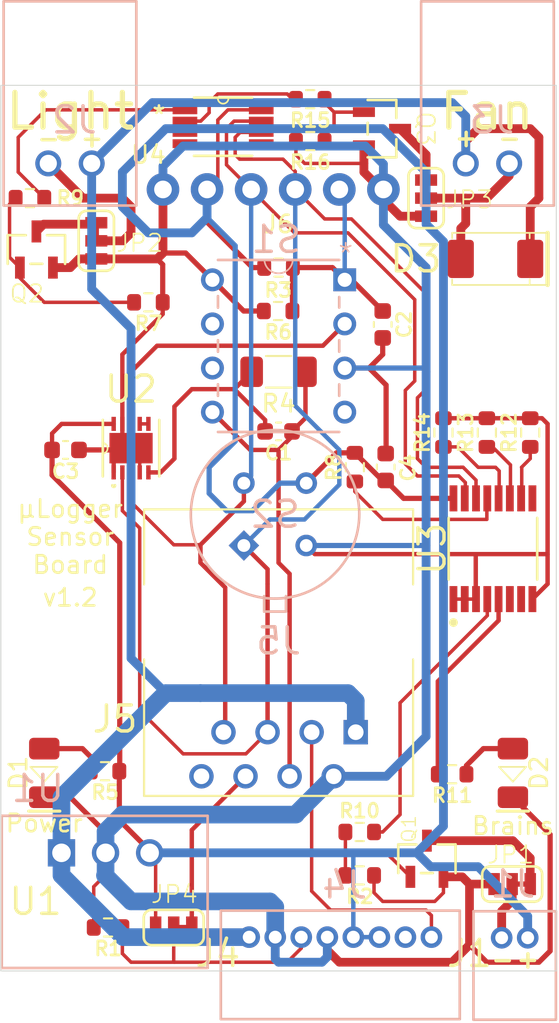
<source format=kicad_pcb>
(kicad_pcb (version 20241229) (generator "pcbnew") (generator_version "9.0")
  (layers (0 "F.Cu" signal) (2 "B.Cu" signal) (13 "F.Paste" user) (15 "B.Paste" user) (5 "F.SilkS" user "F.Silkscreen") (7 "B.SilkS" user "B.Silkscreen") (1 "F.Mask" user) (3 "B.Mask" user) (25 "Edge.Cuts" user))
  (property "PROJ_AUTHOR" "Sebastian Kopf")
  (property "PROJ_REV" "1.2")
  (property "PROJ_TITLE" "µLogger Sensor Board")
  (net 0 "")
  (net 1 "GND")
  (net 2 "/SIGNAL")
  (net 3 "/4.2V")
  (net 4 "+5V")
  (net 5 "Net-(D1-A)")
  (net 6 "Net-(D2-A)")
  (net 7 "Net-(JP1-B)")
  (net 8 "+24V")
  (net 9 "Net-(JP2-B)")
  (net 11 "Net-(JP4-B)")
  (net 12 "/DECO")
  (net 13 "/SCL")
  (net 14 "/SDA")
  (net 16 "/SPEED")
  (net 17 "Net-(JP1-A)")
  (net 18 "Net-(JP2-A)")
  (net 19 "Net-(JP3-A)")
  (net 20 "Net-(Q1-G)")
  (net 21 "Net-(Q2-G)")
  (net 22 "Net-(Q3-G)")
  (net 23 "Net-(U3-INT_N)")
  (net 24 "/LIGHT")
  (net 25 "/BEAM")
  (net 26 "Net-(U3-P1)")
  (net 27 "Net-(U3-P5)")
  (net 28 "Net-(U3-P6)")
  (net 29 "Net-(U3-P7)")
  (net 30 "/FAN")
  (net 32 "/IN-")
  (net 40 "Net-(D3-A)")
  (net 41 "Net-(U2-P1B)")
  (net 42 "Net-(U2-P0W)")
  (footprint "footprints:SOT-403-1_TSSOP16" (layer "F.Cu") (at 160.850723 106.189486 90)
    (property "Reference" "U3")
    (property "Value" "8x GPIO" (hide yes))
  )
  (footprint "footprints:SOT-23-3" (layer "F.Cu") (at 134.5475 88.9586)
    (property "Reference" "Q2")
    (property "Value" "220mA / 50V" (hide yes))
  )
  (footprint "footprints:MountingHole_3.0mm_M3" (layer "F.Cu") (at 161.5 113.5)
    (property "Reference" "REF**" (hide yes))
    (property "Value" "MountingHole_3.0mm_M3" (hide yes))
  )
  (footprint "footprints:R_0603" (layer "F.Cu") (at 153.175 122.5)
    (property "Reference" "R10")
    (property "Value" "150Ω")
  )
  (footprint "footprints:DFN10_3x3MC" (layer "F.Cu") (at 139.999999 100.397 90)
    (property "Reference" "U2")
    (property "Value" "I2C Dual Rheostat 100kOhm 8-bit" (hide yes))
  )
  (footprint "footprints:D_DO-214AC_SMA" (layer "F.Cu") (at 161 89.5 180)
    (property "Reference" "D3")
    (property "Value" "1A/40V/500mV")
  )
  (footprint "footprints:R_0603" (layer "F.Cu") (at 163 99.5 90)
    (property "Reference" "R12")
    (property "Value" "10kΩ")
  )
  (footprint "footprints:PIN_HEADERS_1X06" (layer "F.Cu") (at 141.84 85.5)
    (property "Reference" "J6")
    (property "Value" "Conn_01x06" (hide yes))
  )
  (footprint "footprints:R_0603" (layer "F.Cu") (at 158 99.5 90)
    (property "Reference" "R14")
    (property "Value" "10kΩ")
  )
  (footprint "footprints:R_0603" (layer "F.Cu") (at 148.5 90)
    (property "Reference" "R3")
    (property "Value" "1kΩ")
  )
  (footprint "footprints:MountingHole_3.0mm_M3" (layer "F.Cu") (at 135.5 113.5)
    (property "Reference" "REF**" (hide yes))
    (property "Value" "MountingHole_3.0mm_M3" (hide yes))
  )
  (footprint "footprints:R_0603" (layer "F.Cu") (at 152.895444 101.493286 90)
    (property "Reference" "R8")
    (property "Value" "10kΩ")
  )
  (footprint "footprints:R_0603" (layer "F.Cu") (at 153.175 125 180)
    (property "Reference" "R2")
    (property "Value" "10kΩ")
  )
  (footprint "footprints:R_0603" (layer "F.Cu") (at 160.5 99.5 90)
    (property "Reference" "R13")
    (property "Value" "10kΩ")
  )
  (footprint "footprints:R_0603" (layer "F.Cu") (at 138.5 119 180)
    (property "Reference" "R5")
    (property "Value" "1kΩ")
  )
  (footprint "footprints:RJ45_A-2014-2-4-N-T-R" (layer "F.Cu") (at 148.5011 110.4036 180)
    (property "Reference" "J5")
    (property "Value" "RJ45")
  )
  (footprint "footprints:Jumper_3_NC-1_Trace" (layer "F.Cu") (at 157 86 -90)
    (property "Reference" "JP3")
    (property "Value" "~" (hide yes))
  )
  (footprint "footprints:SOT-23-3" (layer "F.Cu") (at 154.4586 82 -90)
    (property "Reference" "Q3")
    (property "Value" "220mA / 50V" (hide yes))
  )
  (footprint "footprints:Jumper_3_NC-1_Trace" (layer "F.Cu") (at 161.9586 125.5 180)
    (property "Reference" "JP1")
    (property "Value" "~" (hide yes))
  )
  (footprint "footprints:C_0603" (layer "F.Cu") (at 154.5 93.275 -90)
    (property "Reference" "C2")
    (property "Value" "100nF")
  )
  (footprint "footprints:R_0603" (layer "F.Cu") (at 141 92 180)
    (property "Reference" "R7")
    (property "Value" "10kΩ")
  )
  (footprint "footprints:LED_1206" (layer "F.Cu") (at 135 119.1 90)
    (property "Reference" "D1")
    (property "Value" "Red 631nm 2.0V")
  )
  (footprint "footprints:R_0603" (layer "F.Cu") (at 158.5 119.175 180)
    (property "Reference" "R11")
    (property "Value" "1kΩ")
  )
  (footprint "footprints:R_0603" (layer "F.Cu") (at 150.325 82.715107 180)
    (property "Reference" "R16")
    (property "Value" "10kΩ")
  )
  (footprint "footprints:C_0603" (layer "F.Cu") (at 148.500824 99.433241 180)
    (property "Reference" "C1")
    (property "Value" "47pF")
  )
  (footprint "footprints:R_0603" (layer "F.Cu") (at 138.675 128 180)
    (property "Reference" "R1")
    (property "Value" "1kΩ")
  )
  (footprint "footprints:LED_1206" (layer "F.Cu") (at 162 119.1 90)
    (property "Reference" "D2")
    (property "Value" "Yellow 571nm 2.0V")
  )
  (footprint "footprints:C_0603" (layer "F.Cu") (at 154.672195 101.482715 90)
    (property "Reference" "C4")
    (property "Value" "100nF")
  )
  (footprint "footprints:C_0603" (layer "F.Cu") (at 136.225 100.5 180)
    (property "Reference" "C3")
    (property "Value" "100nF")
  )
  (footprint "footprints:R_0603" (layer "F.Cu") (at 148.474594 92.5 180)
    (property "Reference" "R6")
    (property "Value" "5.6kΩ")
  )
  (footprint "footprints:Jumper_3_NC-1_Trace" (layer "F.Cu") (at 142.4586 128 180)
    (property "Reference" "JP4")
    (property "Value" "~" (hide yes))
  )
  (footprint "footprints:MountingHole_3.0mm_M3" (layer "F.Cu") (at 161.5 94.5)
    (property "Reference" "REF**" (hide yes))
    (property "Value" "MountingHole_3.0mm_M3" (hide yes))
  )
  (footprint "footprints:SOT-23-3" (layer "F.Cu") (at 157.0475 124.0414)
    (property "Reference" "Q1")
    (property "Value" "220mA / 50V" (hide yes))
  )
  (footprint "footprints:SOT-505-1_TSSOP8" (layer "F.Cu") (at 145.3029 81.890041)
    (property "Reference" "U4")
    (property "Value" "4x PWM" (hide yes))
  )
  (footprint "footprints:Jumper_3_NC-1_Trace" (layer "F.Cu") (at 138 88.4586 -90)
    (property "Reference" "JP2")
    (property "Value" "~" (hide yes))
  )
  (footprint "footprints:R_1206" (layer "F.Cu") (at 148.5 96 180)
    (property "Reference" "R4")
    (property "Value" "27kΩ")
  )
  (footprint "footprints:MountingHole_3.0mm_M3" (layer "F.Cu") (at 135.5 94.5)
    (property "Reference" "REF**" (hide yes))
    (property "Value" "MountingHole_3.0mm_M3" (hide yes))
  )
  (footprint "footprints:R_0603" (layer "F.Cu") (at 150.324436 80.301113 180)
    (property "Reference" "R15")
    (property "Value" "150Ω")
  )
  (footprint "footprints:R_0603" (layer "F.Cu") (at 134.175 86)
    (property "Reference" "R9")
    (property "Value" "150Ω")
  )
  (footprint "footprints:MLX90614" (layer "B.Cu") (at 146.5011 106.0036 -45)
    (property "Reference" "S2")
    (property "Value" "IR temp sensor, -40°C to +85°C" (hide yes))
  )
  (footprint "footprints:DC_DC_converter_R-78E5.0-1.0" (layer "B.Cu") (at 135.9921 123.7017)
    (property "Reference" "U1")
    (property "Value" "8-28V in / 5V 5W out")
  )
  (footprint "footprints:JST_XH_2POS_RA" (layer "B.Cu") (at 159.2851 84.0026)
    (property "Reference" "J3")
    (property "Value" "2.5mm" (hide yes))
  )
  (footprint "footprints:JST_ZH_2POS_RA" (layer "B.Cu") (at 162.8541 128.5916 180)
    (property "Reference" "J1")
    (property "Value" "1.5mm" (hide yes))
  )
  (footprint "footprints:JST_XH_2POS_RA" (layer "B.Cu") (at 135.2321 83.9996)
    (property "Reference" "J2")
    (property "Value" "2.5mm" (hide yes))
  )
  (footprint "footprints:JST_ZR_8POS_RA" (layer "B.Cu") (at 157.3071 128.5556 180)
    (property "Reference" "J4")
    (property "Value" "1.5 mm" (hide yes))
  )
  (footprint "footprints:OPT101" (layer "B.Cu") (at 144.6911 98.3236 180)
    (property "Reference" "S1")
    (property "Value" "Value" (hide yes))
  )
  (gr_line (start 164.5011 130.5036) (end 164.5011 79.5036) (stroke (width 0.05)) (layer "Edge.Cuts"))
  (gr_line (start 164.5011 79.5036) (end 132.5011 79.5036) (stroke (width 0.05)) (layer "Edge.Cuts"))
  (gr_line (start 132.5011 79.5036) (end 132.5011 130.5036) (stroke (width 0.05)) (layer "Edge.Cuts"))
  (gr_line (start 132.5011 130.5036) (end 164.5011 130.5036) (stroke (width 0.05)) (layer "Edge.Cuts"))
  (gr_text "+" (at 162.114146 130.410124 0) (layer "F.SilkS") (effects (font (size 1 1) (thickness 0.2) (bold yes)) (justify left bottom)))
  (gr_text "Power" (at 135 122 0) (layer "F.SilkS") (effects (font (size 1 1))))
  (gr_text "µLogger\nSensor\nBoard" (at 136.5 105.5 0) (layer "F.SilkS") (effects (font (size 1 1))))
  (gr_text "v${PROJ_REV}" (at 136.5 109 0) (layer "F.SilkS") (effects (font (size 1 1))))
  (gr_text "-" (at 160.661165 130.425104 0) (layer "F.SilkS") (effects (font (size 1 1) (thickness 0.2) (bold yes)) (justify left bottom)))
  (gr_text "J4" (at 145 129.5 0) (layer "F.SilkS") (effects (font (size 1.5 1.5) (thickness 0.2))))
  (gr_text "+" (at 158.559029 83.106468 0) (layer "F.SilkS") (effects (font (size 1 1) (thickness 0.2) (bold yes)) (justify left bottom)))
  (gr_text "Fan" (at 160.5 81 0) (layer "F.SilkS") (effects (font (size 2 2) (thickness 0.3))))
  (gr_text "-" (at 134.5 83.146981 0) (layer "F.SilkS") (effects (font (size 1 1) (thickness 0.2) (bold yes)) (justify left bottom)))
  (gr_text "Brains" (at 162.002778 122.147044 0) (layer "F.SilkS") (effects (font (size 1 1))))
  (gr_text "+" (at 137 83.127305 0) (layer "F.SilkS") (effects (font (size 1 1) (thickness 0.2) (bold yes)) (justify left bottom)))
  (gr_text "Light" (at 136.5 81 0) (layer "F.SilkS") (effects (font (size 2 2) (thickness 0.3))))
  (gr_text "-" (at 161.057956 83.126144 0) (layer "F.SilkS") (effects (font (size 1 1) (thickness 0.2) (bold yes)) (justify left bottom)))
  (gr_text "J1" (at 162 125.5 0) (layer "B.SilkS") (effects (font (size 1.5 1.5) (thickness 0.2)) (justify mirror)))
  (segment (start 141.825 92.675) (end 141.825 92) (width 0.25) (layer "F.Cu") (net 1))
  (segment (start 159.875723 109.089486) (end 159.86079 109.074553) (width 0.254) (layer "F.Cu") (net 1))
  (segment (start 139.896999 100.5) (end 139.999999 100.397) (width 0.2) (layer "F.Cu") (net 1))
  (segment (start 160.5 130) (end 159.5 129) (width 0.3) (layer "F.Cu") (net 1))
  (segment (start 163.675 98.675) (end 163 98.675) (width 0.254) (layer "F.Cu") (net 1))
  (segment (start 150 84) (end 153.4172 84) (width 0.2) (layer "F.Cu") (net 1))
  (segment (start 150.589602 106.5) (end 150.093202 106.0036) (width 0.254) (layer "F.Cu") (net 1))
  (segment (start 140.499998 100.896999) (end 139.999999 100.397) (width 0.2) (layer "F.Cu") (net 1))
  (segment (start 154 126) (end 154.5 126.5) (width 0.2) (layer "F.Cu") (net 1))
  (segment (start 138.5321 122.5321) (end 136.5 120.5) (width 0.3) (layer "F.Cu") (net 1))
  (segment (start 160.5 98.675) (end 158 98.675) (width 0.254) (layer "F.Cu") (net 1))
  (segment (start 141.5 89.5) (end 141.84 89.16) (width 0.508) (layer "F.Cu") (net 1))
  (segment (start 141.825 89.825) (end 141.5 89.5) (width 0.3) (layer "F.Cu") (net 1))
  (segment (start 138 89.5) (end 137 89.5) (width 0.508) (layer "F.Cu") (net 1))
  (segment (start 137 89.5) (end 136.5 90) (width 0.508) (layer "F.Cu") (net 1))
  (segment (start 154.694837 96.762037) (end 154.694837 100.685073) (width 0.3) (layer "F.Cu") (net 1))
  (segment (start 149.5 82.715107) (end 149.350067 82.86504) (width 0.2) (layer "F.Cu") (net 1))
  (segment (start 138.5321 123.7017) (end 138.5321 122.5321) (width 0.3) (layer "F.Cu") (net 1))
  (segment (start 149.35 83) (end 149.5 82.85) (width 0.2) (layer "F.Cu") (net 1))
  (segment (start 141.825 92) (end 141.825 89.825) (width 0.3) (layer "F.Cu") (net 1))
  (segment (start 154.5 126.5) (end 157.5 126.5) (width 0.2) (layer "F.Cu") (net 1))
  (segment (start 152 130) (end 151.3071 129.3071) (width 0.5) (layer "F.Cu") (net 1))
  (segment (start 164 108.215209) (end 164 106.5) (width 0.254) (layer "F.Cu") (net 1))
  (segment (start 149.5 82.85) (end 149.5 82.715107) (width 0.2) (layer "F.Cu") (net 1))
  (segment (start 154.4172 85.5) (end 153.4172 84.5) (width 0.508) (layer "F.Cu") (net 1))
  (segment (start 163.125723 108.773655) (end 163.125723 109.089486) (width 0.2) (layer "F.Cu") (net 1))
  (segment (start 138.5321 124.9679) (end 138.5321 123.7017) (width 0.2) (layer "F.Cu") (net 1))
  (segment (start 149.5 82.715107) (end 149.5 83.5) (width 0.2) (layer "F.Cu") (net 1))
  (segment (start 159.5 129) (end 158.5 130) (width 0.5) (layer "F.Cu") (net 1))
  (segment (start 164.145238 122.645238) (end 164.145238 129.354762) (width 0.3) (layer "F.Cu") (net 1))
  (segment (start 139.5 99) (end 139.5 99.897001) (width 0.25) (layer "F.Cu") (net 1))
  (segment (start 157.5 126.5) (end 158 126) (width 0.2) (layer "F.Cu") (net 1))
  (segment (start 153.7164 95.7836) (end 152.3111 95.7836) (width 0.3) (layer "F.Cu") (net 1))
  (segment (start 158.5 130) (end 152 130) (width 0.5) (layer "F.Cu") (net 1))
  (segment (start 159.225723 109.089486) (end 159.875723 109.089486) (width 0.2) (layer "F.Cu") (net 1))
  (segment (start 151.3071 129.3071) (end 151.3071 128.5556) (width 0.5) (layer "F.Cu") (net 1))
  (segment (start 164 106.5) (end 150.589602 106.5) (width 0.254) (layer "F.Cu") (net 1))
  (segment (start 154 125) (end 154 126) (width 0.2) (layer "F.Cu") (net 1))
  (segment (start 152.3111 95.7836) (end 152.5011 95.9936) (width 0.254) (layer "F.Cu") (net 1))
  (segment (start 154.694837 100.685073) (end 154.672195 100.707715) (width 0.2) (layer "F.Cu") (net 1))
  (segment (start 155.5 87.0414) (end 154.54 86.0814) (width 0.508) (layer "F.Cu") (net 1))
  (segment (start 139.5 99.897001) (end 139.999999 100.397) (width 0.2) (layer "F.Cu") (net 1))
  (segment (start 164 106.5) (end 164 99) (width 0.254) (layer "F.Cu") (net 1))
  (segment (start 138.753194 100.5) (end 139.896999 100.5) (width 0.3) (layer "F.Cu") (net 1))
  (segment (start 146.4875 92.5) (end 144.6911 90.7036) (width 0.3) (layer "F.Cu") (net 1))
  (segment (start 163.125723 109.089486) (end 164 108.215209) (width 0.254) (layer "F.Cu") (net 1))
  (segment (start 159.86079 106.505783) (end 159.866573 106.5) (width 0.254) (layer "F.Cu") (net 1))
  (segment (start 162 120.5) (end 164.145238 122.645238) (width 0.3) (layer "F.Cu") (net 1))
  (segment (start 159.5 125.5) (end 159.5 129) (width 0.5) (layer "F.Cu") (net 1))
  (segment (start 159.0828 125.0828) (end 158 125.0828) (width 0.5) (layer "F.Cu") (net 1))
  (segment (start 144.6911 90.7036) (end 143.1475 89.16) (width 0.3) (layer "F.Cu") (net 1))
  (segment (start 154.54 86.0814) (end 154.54 85.5) (width 0.508) (layer "F.Cu") (net 1))
  (segment (start 136.5 90) (end 135.5 90) (width 0.508) (layer "F.Cu") (net 1))
  (segment (start 153.7164 95.7836) (end 154.694837 96.762037) (width 0.3) (layer "F.Cu") (net 1))
  (segment (start 139.5 95) (end 141.825 92.675) (width 0.25) (layer "F.Cu") (net 1))
  (segment (start 157 87.0414) (end 155.5 87.0414) (width 0.508) (layer "F.Cu") (net 1))
  (segment (start 163.5 130) (end 160.5 130) (width 0.3) (layer "F.Cu") (net 1))
  (segment (start 137.85 125.65) (end 138.5321 124.9679) (width 0.2) (layer "F.Cu") (net 1))
  (segment (start 141.5 89.5) (end 138 89.5) (width 0.508) (layer "F.Cu") (net 1))
  (segment (start 140.499998 101.794) (end 140.499998 100.896999) (width 0.2) (layer "F.Cu") (net 1))
  (segment (start 154.5 94.05) (end 154.5 95) (width 0.3) (layer "F.Cu") (net 1))
  (segment (start 154.5 95) (end 153.7164 95.7836) (width 0.3) (layer "F.Cu") (net 1))
  (segment (start 141.84 89.16) (end 141.84 85.5) (width 0.508) (layer "F.Cu") (net 1))
  (segment (start 159.5 125.5) (end 159.0828 125.0828) (width 0.5) (layer "F.Cu") (net 1))
  (segment (start 137.85 128) (end 137.85 125.65) (width 0.2) (layer "F.Cu") (net 1))
  (segment (start 138.999998 101.794) (end 138.999998 100.746804) (width 0.25) (layer "F.Cu") (net 1))
  (segment (start 163 98.675) (end 160.5 98.675) (width 0.254) (layer "F.Cu") (net 1))
  (segment (start 158 126) (end 158 125.0828) (width 0.2) (layer "F.Cu") (net 1))
  (segment (start 149.5 83.5) (end 150 84) (width 0.2) (layer "F.Cu") (net 1))
  (segment (start 153.4172 84.5) (end 153.4172 84) (width 0.508) (layer "F.Cu") (net 1))
  (segment (start 164.145238 129.354762) (end 163.5 130) (width 0.3) (layer "F.Cu") (net 1))
  (segment (start 138.999998 100.746804) (end 138.753194 100.5) (width 0.2) (layer "F.Cu") (net 1))
  (segment (start 147.649594 92.5) (end 146.4875 92.5) (width 0.3) (layer "F.Cu") (net 1))
  (segment (start 143.1475 89.16) (end 141.84 89.16) (width 0.3) (layer "F.Cu") (net 1))
  (segment (start 139.5 99) (end 139.5 95) (width 0.25) (layer "F.Cu") (net 1))
  (segment (start 153.4172 84) (end 153.4172 82.9525) (width 0.508) (layer "F.Cu") (net 1))
  (segment (start 158.575723 109.089486) (end 159.225723 109.089486) (width 0.2) (layer "F.Cu") (net 1))
  (segment (start 136.5 120.5) (end 135 120.5) (width 0.3) (layer "F.Cu") (net 1))
  (segment (start 154.54 85.5) (end 154.4172 85.5) (width 0.508) (layer "F.Cu") (net 1))
  (segment (start 137 100.5) (end 138.753194 100.5) (width 0.3) (layer "F.Cu") (net 1))
  (segment (start 149.350067 82.86504) (end 147.007394 82.86504) (width 0.2) (layer "F.Cu") (net 1))
  (segment (start 160.9172 125.5) (end 159.5 125.5) (width 0.5) (layer "F.Cu") (net 1))
  (segment (start 159.86079 109.074553) (end 159.86079 106.505783) (width 0.254) (layer "F.Cu") (net 1))
  (segment (start 164 99) (end 163.675 98.675) (width 0.254) (layer "F.Cu") (net 1))
  (segment (start 154.54 84.04) (end 153.5 83) (width 0.508) (layer "B.Cu") (net 1))
  (segment (start 149.5 121.5) (end 149.5 121.4697) (width 0.508) (layer "B.Cu") (net 1))
  (segment (start 140 126.5) (end 148 126.5) (width 1.016) (layer "B.Cu") (net 1))
  (segment (start 138.5321 123.7017) (end 138.5321 124.9679) (width 1.016) (layer "B.Cu") (net 1))
  (segment (start 154.54 85.5) (end 154.54 84.04) (width 0.508) (layer "B.Cu") (net 1))
  (segment (start 157 117) (end 154.7064 119.2936) (width 0.508) (layer "B.Cu") (net 1))
  (segment (start 148 126.5) (end 148.3071 126.8071) (width 1.016) (layer "B.Cu") (net 1))
  (segment (start 152.3111 95.7836) (end 156.7836 95.7836) (width 0.3) (layer "B.Cu") (net 1))
  (segment (start 143 83) (end 141.84 84.16) (width 0.508) (layer "B.Cu") (net 1))
  (segment (start 151.3071 129.6929) (end 151 130) (width 0.508) (layer "B.Cu") (net 1))
  (segment (start 157 96) (end 157 106) (width 0.508) (layer "B.Cu") (net 1))
  (segment (start 144.9611 90.7036) (end 144.6911 90.7036) (width 0.254) (layer "B.Cu") (net 1))
  (segment (start 154.54 87.54) (end 157 90) (width 0.508) (layer "B.Cu") (net 1))
  (segment (start 138.5321 124.9679) (end 138.5 125) (width 1.016) (layer "B.Cu") (net 1))
  (segment (start 138.5321 122.4679) (end 139.5 121.5) (width 1.016) (layer "B.Cu") (net 1))
  (segment (start 149.5 121.4697) (end 151.6761 119.2936) (width 1.016) (layer "B.Cu") (net 1))
  (segment (start 148.3071 126.8071) (end 148.3071 128.5556) (width 1.016) (layer "B.Cu") (net 1))
  (segment (start 156.9964 106.0036) (end 157 106) (width 0.2) (layer "B.Cu") (net 1))
  (segment (start 154.7064 119.2936) (end 151.6761 119.2936) (width 0.508) (layer "B.Cu") (net 1))
  (segment (start 148.5 130) (end 148.3071 129.8071) (width 0.508) (layer "B.Cu") (net 1))
  (segment (start 153.5 83) (end 143 83) (width 0.508) (layer "B.Cu") (net 1))
  (segment (start 157 106) (end 157 117) (width 0.508) (layer "B.Cu") (net 1))
  (segment (start 151 130) (end 148.5 130) (width 0.508) (layer "B.Cu") (net 1))
  (segment (start 138.5 125) (end 140 126.5) (width 1.016) (layer "B.Cu") (net 1))
  (segment (start 151.3071 128.5556) (end 151.3071 129.6929) (width 0.508) (layer "B.Cu") (net 1))
  (segment (start 157 90) (end 157 96) (width 0.508) (layer "B.Cu") (net 1))
  (segment (start 150.093202 106.0036) (end 151 106.0036) (width 0.3) (layer "B.Cu") (net 1))
  (segment (start 156.7836 95.7836) (end 157 96) (width 0.254) (layer "B.Cu") (net 1))
  (segment (start 139.5 121.5) (end 149.5 121.5) (width 1.016) (layer "B.Cu") (net 1))
  (segment (start 154.54 85.5) (end 154.54 87.54) (width 0.508) (layer "B.Cu") (net 1))
  (segment (start 148.3071 129.8071) (end 148.3071 128.5556) (width 0.508) (layer "B.Cu") (net 1))
  (segment (start 138.5321 123.7017) (end 138.5321 122.4679) (width 1.016) (layer "B.Cu") (net 1))
  (segment (start 141.84 84.16) (end 141.84 85.5) (width 0.508) (layer "B.Cu") (net 1))
  (segment (start 151 106.0036) (end 156.9964 106.0036) (width 0.3) (layer "B.Cu") (net 1))
  (segment (start 150.093203 106.0036) (end 150.093203 105.911497) (width 0.254) (layer "B.Cu") (net 1))
  (segment (start 148.5 107) (end 149.1361 107.6361) (width 0.254) (layer "F.Cu") (net 2))
  (segment (start 149.275824 99.433241) (end 150.05 98.659064) (width 0.254) (layer "F.Cu") (net 2))
  (segment (start 149.1361 119.2936) (end 149.2311 119.3886) (width 0.254) (layer "F.Cu") (net 2))
  (segment (start 150.05 98.659064) (end 150.05 96) (width 0.254) (layer "F.Cu") (net 2))
  (segment (start 149.275824 99.724176) (end 149.275824 99.433241) (width 0.254) (layer "F.Cu") (net 2))
  (segment (start 148.5 100.5) (end 149.275824 99.724176) (width 0.254) (layer "F.Cu") (net 2))
  (segment (start 149.1361 107.6361) (end 149.1361 119.2936) (width 0.254) (layer "F.Cu") (net 2))
  (segment (start 148.5 100.5) (end 146.8675 100.5) (width 0.254) (layer "F.Cu") (net 2))
  (segment (start 148.5 100.5) (end 148.5 107) (width 0.254) (layer "F.Cu") (net 2))
  (segment (start 146.8675 100.5) (end 144.6911 98.3236) (width 0.254) (layer "F.Cu") (net 2))
  (segment (start 151.6075 90) (end 152.3111 90.7036) (width 0.3) (layer "F.Cu") (net 3))
  (segment (start 149.325 90) (end 151.6075 90) (width 0.3) (layer "F.Cu") (net 3))
  (segment (start 152.5287 90.7236) (end 152.3111 90.7036) (width 0.254) (layer "F.Cu") (net 3))
  (segment (start 152.3111 90.7036) (end 152.7036 90.7036) (width 0.2) (layer "F.Cu") (net 3))
  (segment (start 152.7036 90.7036) (end 154.5 92.5) (width 0.3) (layer "F.Cu") (net 3))
  (segment (start 149.299594 90.025406) (end 149.325 90) (width 0.2) (layer "F.Cu") (net 3))
  (segment (start 149.299594 92.5) (end 149.299594 90.025406) (width 0.3) (layer "F.Cu") (net 3))
  (segment (start 152 86) (end 152.3111 86.3111) (width 0.254) (layer "B.Cu") (net 3))
  (segment (start 152.3111 86.3111) (end 152.3111 90.7036) (width 0.254) (layer "B.Cu") (net 3))
  (segment (start 152 85.5) (end 152 86) (width 0.2) (layer "B.Cu") (net 3))
  (segment (start 141.4172 124.0468) (end 141.0721 123.7017) (width 0.2) (layer "F.Cu") (net 4))
  (segment (start 141.0721 123.5721) (end 139.325 121.825) (width 0.3) (layer "F.Cu") (net 4))
  (segment (start 147 90) (end 144.38 87.38) (width 0.3) (layer "F.Cu") (net 4))
  (segment (start 151.836414 100.668286) (end 150.093202 102.411498) (width 0.3) (layer "F.Cu") (net 4))
  (segment (start 154.484873 102.257715) (end 154.672195 102.257715) (width 0.2) (layer "F.Cu") (net 4))
  (segment (start 145.584958 80.915042) (end 145 81.5) (width 0.2) (layer "F.Cu") (net 4))
  (segment (start 139.349312 119) (end 139.325 119) (width 0.2) (layer "F.Cu") (net 4))
  (segment (start 139.349312 105.849312) (end 139.349312 119) (width 0.3) (layer "F.Cu") (net 4))
  (segment (start 154.3071 128.5556) (end 154.5011 128.7496) (width 0.508) (layer "F.Cu") (net 4))
  (segment (start 136 99) (end 135.45 99.55) (width 0.25) (layer "F.Cu") (net 4))
  (segment (start 152.895444 100.668286) (end 154.484873 102.257715) (width 0.3) (layer "F.Cu") (net 4))
  (segment (start 135.45 99.55) (end 135.45 100.5) (width 0.25) (layer "F.Cu") (net 4))
  (segment (start 155.703966 103.289486) (end 158.575723 103.289486) (width 0.3) (layer "F.Cu") (net 4))
  (segment (start 144.38 87.38) (end 144.38 85.5) (width 0.3) (layer "F.Cu") (net 4))
  (segment (start 145 81.5) (end 145 84.88) (width 0.2) (layer "F.Cu") (net 4))
  (segment (start 135.45 100.5) (end 135.45 101.95) (width 0.3) (layer "F.Cu") (net 4))
  (segment (start 135.45 101.95) (end 139.349312 105.849312) (width 0.3) (layer "F.Cu") (net 4))
  (segment (start 154.672195 102.257715) (end 155.703966 103.289486) (width 0.3) (layer "F.Cu") (net 4))
  (segment (start 147.5 80.915042) (end 145.584958 80.915042) (width 0.2) (layer "F.Cu") (net 4))
  (segment (start 151.836414 100.668286) (end 152.895444 100.668286) (width 0.3) (layer "F.Cu") (net 4))
  (segment (start 145 84.88) (end 144.38 85.5) (width 0.2) (layer "F.Cu") (net 4))
  (segment (start 139.325 121.825) (end 139.325 119) (width 0.3) (layer "F.Cu") (net 4))
  (segment (start 141.0721 123.7017) (end 141.0721 123.5721) (width 0.2) (layer "F.Cu") (net 4))
  (segment (start 141.4172 128) (end 141.4172 124.0468) (width 0.2) (layer "F.Cu") (net 4))
  (segment (start 138.999998 99) (end 136 99) (width 0.25) (layer "F.Cu") (net 4))
  (segment (start 147.675 90) (end 147 90) (width 0.3) (layer "F.Cu") (net 4))
  (segment (start 157.262499 124.5) (end 160 124.5) (width 0.508) (layer "B.Cu") (net 4))
  (segment (start 144.38 87.12) (end 144.38 85.5) (width 0.508) (layer "B.Cu") (net 4))
  (segment (start 160 124.5) (end 162.8541 127.3541) (width 0.508) (layer "B.Cu") (net 4))
  (segment (start 147 104) (end 145.5 104) (width 0.3) (layer "B.Cu") (net 4))
  (segment (start 144.5 103) (end 144.5 101.5) (width 0.3) (layer "B.Cu") (net 4))
  (segment (start 152.8071 128.5556) (end 152.8071 123.7017) (width 0.254) (layer "B.Cu") (net 4))
  (segment (start 148.588502 102.411498) (end 147 104) (width 0.3) (layer "B.Cu") (net 4))
  (segment (start 139.5 86.5) (end 141 88) (width 0.508) (layer "B.Cu") (net 4))
  (segment (start 158 88.5) (end 157 87.5) (width 0.508) (layer "B.Cu") (net 4))
  (segment (start 150.093202 102.411498) (end 148.588502 102.411498) (width 0.3) (layer "B.Cu") (net 4))
  (segment (start 146 100) (end 146 88.74) (width 0.3) (layer "B.Cu") (net 4))
  (segment (start 162.8541 127.3541) (end 162.8541 128.5916) (width 0.508) (layer "B.Cu") (net 4))
  (segment (start 154.3071 128.5556) (end 152.8071 128.5556) (width 0.254) (layer "B.Cu") (net 4))
  (segment (start 156.464199 123.7017) (end 157.262499 124.5) (width 0.508) (layer "B.Cu") (net 4))
  (segment (start 157 87.5) (end 157 84.5) (width 0.508) (layer "B.Cu") (net 4))
  (segment (start 156.464199 123.7017) (end 158 122.165899) (width 0.508) (layer "B.Cu") (net 4))
  (segment (start 141.0721 123.7017) (end 152.5 123.7017) (width 0.508) (layer "B.Cu") (net 4))
  (segment (start 142 82) (end 139.5 84.5) (width 0.508) (layer "B.Cu") (net 4))
  (segment (start 146 88.74) (end 144.38 87.12) (width 0.3) (layer "B.Cu") (net 4))
  (segment (start 158 122.165899) (end 158 88.5) (width 0.508) (layer "B.Cu") (net 4))
  (segment (start 145.5 104) (end 144.5 103) (width 0.3) (layer "B.Cu") (net 4))
  (segment (start 141 88) (end 143.5 88) (width 0.508) (layer "B.Cu") (net 4))
  (segment (start 144.5 101.5) (end 146 100) (width 0.3) (layer "B.Cu") (net 4))
  (segment (start 139.5 84.5) (end 139.5 86.5) (width 0.508) (layer "B.Cu") (net 4))
  (segment (start 154.5 82) (end 142 82) (width 0.508) (layer "B.Cu") (net 4))
  (segment (start 143.5 88) (end 144.38 87.12) (width 0.508) (layer "B.Cu") (net 4))
  (segment (start 157 84.5) (end 154.5 82) (width 0.508) (layer "B.Cu") (net 4))
  (segment (start 152.5 123.7017) (end 156.464199 123.7017) (width 0.508) (layer "B.Cu") (net 4))
  (segment (start 137.2 117.7) (end 137.675 118.175) (width 0.3) (layer "F.Cu") (net 5))
  (segment (start 137.675 118.175) (end 137.675 119) (width 0.3) (layer "F.Cu") (net 5))
  (segment (start 137.2 117.7) (end 135 117.7) (width 0.3) (layer "F.Cu") (net 5))
  (segment (start 159.325 118.675) (end 160.3 117.7) (width 0.3) (layer "F.Cu") (net 6))
  (segment (start 160.3 117.7) (end 162 117.7) (width 0.3) (layer "F.Cu") (net 6))
  (segment (start 159.325 119.175) (end 159.325 118.675) (width 0.3) (layer "F.Cu") (net 6))
  (segment (start 161.9586 126.4586) (end 161.354099 127.063101) (width 0.508) (layer "F.Cu") (net 7))
  (segment (start 161.354099 127.063101) (end 161.354099 128.5916) (width 0.508) (layer "F.Cu") (net 7))
  (segment (start 161.9586 126.4586) (end 161.9586 125.5) (width 0.508) (layer "F.Cu") (net 7))
  (segment (start 159.2851 84.0026) (end 159.2851 82.7149) (width 0.508) (layer "F.Cu") (net 8))
  (segment (start 163 86.5) (end 163 89.5) (width 0.508) (layer "F.Cu") (net 8))
  (segment (start 159.2851 82.7149) (end 160 82) (width 0.508) (layer "F.Cu") (net 8))
  (segment (start 163 82) (end 163.5 82.5) (width 0.508) (layer "F.Cu") (net 8))
  (segment (start 160 82) (end 163 82) (width 0.508) (layer "F.Cu") (net 8))
  (segment (start 159.0361 83.7536) (end 159.2851 84.0026) (width 0.508) (layer "F.Cu") (net 8))
  (segment (start 163.5 86) (end 163 86.5) (width 0.508) (layer "F.Cu") (net 8))
  (segment (start 163.5 82.5) (end 163.5 86) (width 0.508) (layer "F.Cu") (net 8))
  (segment (start 144.0036 114.5036) (end 144 114.5) (width 1.016) (layer "B.Cu") (net 8))
  (segment (start 135.9921 120.5079) (end 135.9921 123.7017) (width 1.016) (layer "B.Cu") (net 8))
  (segment (start 152.9461 116.7536) (end 152.9461 114.9486) (width 1.016) (layer "B.Cu") (net 8))
  (segment (start 139.5556 128.5556) (end 146.8071 128.5556) (width 1.016) (layer "B.Cu") (net 8))
  (segment (start 152.9461 114.9486) (end 152.5011 114.5036) (width 1.016) (layer "B.Cu") (net 8))
  (segment (start 135.9921 124.9921) (end 139.5556 128.5556) (width 1.016) (layer "B.Cu") (net 8))
  (segment (start 137.7321 91.2321) (end 140 93.5) (width 0.508) (layer "B.Cu") (net 8))
  (segment (start 141.9964 114.4964) (end 141.9964 114.5036) (width 0.508) (layer "B.Cu") (net 8))
  (segment (start 158.5 80.5) (end 159.2851 81.2851) (width 0.508) (layer "B.Cu") (net 8))
  (segment (start 159.2851 81.2851) (end 159.2851 84.0026) (width 0.508) (layer "B.Cu") (net 8))
  (segment (start 141.2317 80.5) (end 158.5 80.5) (width 0.508) (layer "B.Cu") (net 8))
  (segment (start 140 93.5) (end 140 112.5) (width 0.508) (layer "B.Cu") (net 8))
  (segment (start 140 112.5) (end 141.9964 114.4964) (width 0.508) (layer "B.Cu") (net 8))
  (segment (start 137.7321 83.9996) (end 141.2317 80.5) (width 0.508) (layer "B.Cu") (net 8))
  (segment (start 143.9964 114.5036) (end 141.9964 114.5036) (width 1.016) (layer "B.Cu") (net 8))
  (segment (start 135.9921 123.7017) (end 135.9921 124.9921) (width 1.016) (layer "B.Cu") (net 8))
  (segment (start 144 114.5) (end 143.9964 114.5036) (width 1.016) (layer "B.Cu") (net 8))
  (segment (start 137.7321 83.9996) (end 137.7321 91.2321) (width 0.508) (layer "B.Cu") (net 8))
  (segment (start 141.9964 114.5036) (end 135.9921 120.5079) (width 1.016) (layer "B.Cu") (net 8))
  (segment (start 152.5011 114.5036) (end 144.0036 114.5036) (width 1.016) (layer "B.Cu") (net 8))
  (segment (start 140 88) (end 139.5414 88.4586) (width 0.508) (layer "F.Cu") (net 9))
  (segment (start 135.2321 83.9996) (end 137.2325 86) (width 0.508) (layer "F.Cu") (net 9))
  (segment (start 139.5 86) (end 140 86.5) (width 0.508) (layer "F.Cu") (net 9))
  (segment (start 140 86.5) (end 140 88) (width 0.508) (layer "F.Cu") (net 9))
  (segment (start 137.2325 86) (end 139.5 86) (width 0.508) (layer "F.Cu") (net 9))
  (segment (start 139.5414 88.4586) (end 138 88.4586) (width 0.508) (layer "F.Cu") (net 9))
  (segment (start 149.8071 128.5556) (end 149.8071 128.3096) (width 0.254) (layer "F.Cu") (net 11))
  (segment (start 140 130) (end 142.5 130) (width 0.2) (layer "F.Cu") (net 11))
  (segment (start 142.4586 128) (end 142.4586 129.9586) (width 0.2) (layer "F.Cu") (net 11))
  (segment (start 149.8071 129.1929) (end 149.8071 128.5556) (width 0.2) (layer "F.Cu") (net 11))
  (segment (start 142.5 130) (end 149 130) (width 0.2) (layer "F.Cu") (net 11))
  (segment (start 149 130) (end 149.8071 129.1929) (width 0.2) (layer "F.Cu") (net 11))
  (segment (start 142.4586 129.9586) (end 142.5 130) (width 0.2) (layer "F.Cu") (net 11))
  (segment (start 139.5 129.5) (end 140 130) (width 0.2) (layer "F.Cu") (net 11))
  (segment (start 139.5 128) (end 139.5 129.5) (width 0.2) (layer "F.Cu") (net 11))
  (segment (start 157.3071 128.5556) (end 157.3071 127.3071) (width 0.2) (layer "F.Cu") (net 12))
  (segment (start 157.3071 127.3071) (end 157 127) (width 0.2) (layer "F.Cu") (net 12))
  (segment (start 157 127) (end 151.5 127) (width 0.2) (layer "F.Cu") (net 12))
  (segment (start 151.5 127) (end 150.4061 125.9061) (width 0.2) (layer "F.Cu") (net 12))
  (segment (start 150.4061 125.9061) (end 150.4061 116.7536) (width 0.2) (layer "F.Cu") (net 12))
  (segment (start 152.698974 87.198974) (end 151.158974 87.198974) (width 0.2) (layer "F.Cu") (net 13))
  (segment (start 159.875723 103.289486) (end 159.875723 102.240915) (width 0.2) (layer "F.Cu") (net 13))
  (segment (start 147.8661 116.7536) (end 146.6197 118) (width 0.2) (layer "F.Cu") (net 13))
  (segment (start 146.257119 83.757119) (end 148.757119 83.757119) (width 0.2) (layer "F.Cu") (net 13))
  (segment (start 143 118) (end 140.5 115.5) (width 0.2) (layer "F.Cu") (net 13))
  (segment (start 159.13179 101.496982) (end 159.003018 101.496982) (width 0.2) (layer "F.Cu") (net 13))
  (segment (start 159.875723 102.240915) (end 159.13179 101.496982) (width 0.2) (layer "F.Cu") (net 13))
  (segment (start 146 82.5) (end 146 83.5) (width 0.2) (layer "F.Cu") (net 13))
  (segment (start 157 97) (end 157 91.5) (width 0.2) (layer "F.Cu") (net 13))
  (segment (start 149.46 84.46) (end 149.46 85.5) (width 0.2) (layer "F.Cu") (net 13))
  (segment (start 146.284958 82.215042) (end 146 82.5) (width 0.2) (layer "F.Cu") (net 13))
  (segment (start 156.5 101) (end 156.5 97.5) (width 0.2) (layer "F.Cu") (net 13))
  (segment (start 157 101.5) (end 156.5 101) (width 0.2) (layer "F.Cu") (net 13))
  (segment (start 146 83.5) (end 146.257119 83.757119) (width 0.2) (layer "F.Cu") (net 13))
  (segment (start 156.5 97.5) (end 157 97) (width 0.2) (layer "F.Cu") (net 13))
  (segment (start 140.5 105) (end 139.5 104) (width 0.2) (layer "F.Cu") (net 13))
  (segment (start 140.5 115.5) (end 140.5 105) (width 0.2) (layer "F.Cu") (net 13))
  (segment (start 159 101.5) (end 157 101.5) (width 0.2) (layer "F.Cu") (net 13))
  (segment (start 139.5 104) (end 139.5 101.794) (width 0.2) (layer "F.Cu") (net 13))
  (segment (start 159.003018 101.496982) (end 159 101.5) (width 0.2) (layer "F.Cu") (net 13))
  (segment (start 147.8661 108.2186) (end 147.8661 107.3686) (width 0.254) (layer "F.Cu") (net 13))
  (segment (start 151.158974 87.198974) (end 149.46 85.5) (width 0.2) (layer "F.Cu") (net 13))
  (segment (start 146.6197 118) (end 143 118) (width 0.2) (layer "F.Cu") (net 13))
  (segment (start 147.8661 116.7536) (end 147.8661 108.2186) (width 0.254) (layer "F.Cu") (net 13))
  (segment (start 147.5 82.215042) (end 146.284958 82.215042) (width 0.2) (layer "F.Cu") (net 13))
  (segment (start 157 91.5) (end 152.698974 87.198974) (width 0.2) (layer "F.Cu") (net 13))
  (segment (start 147.8661 107.3686) (end 146.5011 106.0036) (width 0.254) (layer "F.Cu") (net 13))
  (segment (start 148.757119 83.757119) (end 149.46 84.46) (width 0.2) (layer "F.Cu") (net 13))
  (segment (start 149.46 97.96) (end 149.46 85.5) (width 0.254) (layer "B.Cu") (net 13))
  (segment (start 148 104.5047) (end 149.9953 104.5047) (width 0.254) (layer "B.Cu") (net 13))
  (segment (start 146.5011 106.0036) (end 148 104.5047) (width 0.254) (layer "B.Cu") (net 13))
  (segment (start 152 102.5) (end 152 100.5) (width 0.254) (layer "B.Cu") (net 13))
  (segment (start 152 100.5) (end 149.46 97.96) (width 0.254) (layer "B.Cu") (net 13))
  (segment (start 149.9953 104.5047) (end 152 102.5) (width 0.254) (layer "B.Cu") (net 13))
  (segment (start 155.802984 101.302984) (end 155.802984 97.071652) (width 0.2) (layer "F.Cu") (net 14))
  (segment (start 147.5 81.56504) (end 145.93496 81.56504) (width 0.2) (layer "F.Cu") (net 14))
  (segment (start 156.344777 96.529859) (end 156.344777 91.844777) (width 0.2) (layer "F.Cu") (net 14))
  (segment (start 144 107) (end 144 105.9626) (width 0.254) (layer "F.Cu") (net 14))
  (segment (start 158.885683 102) (end 156.5 102) (width 0.2) (layer "F.Cu") (net 14))
  (segment (start 145.93496 81.56504) (end 145.5 82) (width 0.2) (layer "F.Cu") (net 14))
  (segment (start 152.5 88) (end 149.42 88) (width 0.2) (layer "F.Cu") (net 14))
  (segment (start 155.802984 97.071652) (end 156.344777 96.529859) (width 0.2) (layer "F.Cu") (net 14))
  (segment (start 149.42 88) (end 146.92 85.5) (width 0.2) (layer "F.Cu") (net 14))
  (segment (start 145.5 82) (end 145.5 84.08) (width 0.2) (layer "F.Cu") (net 14))
  (segment (start 159.260372 102.939006) (end 159.260372 102.374689) (width 0.2) (layer "F.Cu") (net 14))
  (segment (start 145.3261 116.7536) (end 145.4261 116.6536) (width 0.254) (layer "F.Cu") (net 14))
  (segment (start 139.999999 101.794) (end 139.999999 103.499999) (width 0.2) (layer "F.Cu") (net 14))
  (segment (start 144 105.9626) (end 146.5011 103.4615) (width 0.254) (layer "F.Cu") (net 14))
  (segment (start 156.5 102) (end 155.802984 101.302984) (width 0.2) (layer "F.Cu") (net 14))
  (segment (start 156.344777 91.844777) (end 152.5 88) (width 0.2) (layer "F.Cu") (net 14))
  (segment (start 159.260372 102.374689) (end 158.885683 102) (width 0.2) (layer "F.Cu") (net 14))
  (segment (start 145.5 84.08) (end 146.92 85.5) (width 0.2) (layer "F.Cu") (net 14))
  (segment (start 145.4261 116.6536) (end 145.4261 108.4261) (width 0.254) (layer "F.Cu") (net 14))
  (segment (start 139.999999 103.499999) (end 142.4626 105.9626) (width 0.2) (layer "F.Cu") (net 14))
  (segment (start 146.5011 103.4615) (end 146.5011 102.4115) (width 0.254) (layer "F.Cu") (net 14))
  (segment (start 142.4626 105.9626) (end 144 105.9626) (width 0.2) (layer "F.Cu") (net 14))
  (segment (start 145.4261 108.4261) (end 144 107) (width 0.254) (layer "F.Cu") (net 14))
  (segment (start 146.92 85.5) (end 146.92 101.992598) (width 0.254) (layer "B.Cu") (net 14))
  (segment (start 146.5011 102.4115) (end 146.509 102.4115) (width 0.254) (layer "B.Cu") (net 14))
  (segment (start 146.509 102.3615) (end 146.509 102.4115) (width 0.254) (layer "B.Cu") (net 14))
  (segment (start 146.92 101.992598) (end 146.5011 102.411498) (width 0.2) (layer "B.Cu") (net 14))
  (segment (start 146.5961 119.2936) (end 143.5 122.3897) (width 0.254) (layer "F.Cu") (net 16))
  (segment (start 143.5 122.3897) (end 143.5 128) (width 0.254) (layer "F.Cu") (net 16))
  (segment (start 162 123) (end 157.0475 123) (width 0.5) (layer "F.Cu") (net 17))
  (segment (start 163 125.5) (end 163 124) (width 0.5) (layer "F.Cu") (net 17))
  (segment (start 163 124) (end 162 123) (width 0.5) (layer "F.Cu") (net 17))
  (segment (start 163 125) (end 163.0828 124.9172) (width 0.2) (layer "F.Cu") (net 17))
  (segment (start 137.9172 87.5) (end 134.9647 87.5) (width 0.508) (layer "F.Cu") (net 18))
  (segment (start 138 87.4172) (end 137.9172 87.5) (width 0.508) (layer "F.Cu") (net 18))
  (segment (start 134.9647 87.5) (end 134.5475 87.9172) (width 0.508) (layer "F.Cu") (net 18))
  (segment (start 157 83.5) (end 157 84.9586) (width 0.508) (layer "F.Cu") (net 19))
  (segment (start 155.5 82) (end 157 83.5) (width 0.508) (layer "F.Cu") (net 19))
  (segment (start 155.0122 124) (end 155 124) (width 0.2) (layer "F.Cu") (net 20))
  (segment (start 152.35 125) (end 152.35 123.753257) (width 0.2) (layer "F.Cu") (net 20))
  (segment (start 152.35 123.753257) (end 152.35 122.5) (width 0.2) (layer "F.Cu") (net 20))
  (segment (start 156.095 125.0828) (end 155.0122 124) (width 0.2) (layer "F.Cu") (net 20))
  (segment (start 155 124) (end 154.753257 123.753257) (width 0.2) (layer "F.Cu") (net 20))
  (segment (start 154.753257 123.753257) (end 152.35 123.753257) (width 0.2) (layer "F.Cu") (net 20))
  (segment (start 140.175 92) (end 135 92) (width 0.2) (layer "F.Cu") (net 21))
  (segment (start 133.595 90.595) (end 133.595 90) (width 0.2) (layer "F.Cu") (net 21))
  (segment (start 133 86.35) (end 133.35 86) (width 0.2) (layer "F.Cu") (net 21))
  (segment (start 135 92) (end 133.595 90.595) (width 0.2) (layer "F.Cu") (net 21))
  (segment (start 133.595 90) (end 133 89.405) (width 0.2) (layer "F.Cu") (net 21))
  (segment (start 133 89.405) (end 133 86.35) (width 0.2) (layer "F.Cu") (net 21))
  (segment (start 151.6975 81.8025) (end 151.15 82.35) (width 0.2) (layer "F.Cu") (net 22))
  (segment (start 151.6975 81.0475) (end 151.6975 81.8025) (width 0.2) (layer "F.Cu") (net 22))
  (segment (start 151.149436 80.499436) (end 151.6975 81.0475) (width 0.2) (layer "F.Cu") (net 22))
  (segment (start 151.15 82.35) (end 151.15 82.715107) (width 0.2) (layer "F.Cu") (net 22))
  (segment (start 151.15 80.301677) (end 151.149436 80.301113) (width 0.2) (layer "F.Cu") (net 22))
  (segment (start 151.149436 80.301113) (end 151.149436 80.499436) (width 0.2) (layer "F.Cu") (net 22))
  (segment (start 151.6975 81.0475) (end 153.4172 81.0475) (width 0.2) (layer "F.Cu") (net 22))
  (segment (start 151.15 80.65) (end 151.15 80.301677) (width 0.2) (layer "F.Cu") (net 22))
  (segment (start 160.560372 103.939628) (end 160.560372 102.939006) (width 0.2) (layer "F.Cu") (net 23))
  (segment (start 160.5 104) (end 160.560372 103.939628) (width 0.2) (layer "F.Cu") (net 23))
  (segment (start 160.5 104.5) (end 160.5 104) (width 0.2) (layer "F.Cu") (net 23))
  (segment (start 154.5 104.5) (end 160.5 104.5) (width 0.2) (layer "F.Cu") (net 23))
  (segment (start 152.895444 102.895444) (end 154.5 104.5) (width 0.2) (layer "F.Cu") (net 23))
  (segment (start 152.895444 102.318286) (end 152.895444 102.895444) (width 0.2) (layer "F.Cu") (net 23))
  (segment (start 133.5 82.5) (end 133.5 84.5) (width 0.2) (layer "F.Cu") (net 24))
  (segment (start 133.5 84.5) (end 135 86) (width 0.2) (layer "F.Cu") (net 24))
  (segment (start 135.084958 80.915042) (end 133.5 82.5) (width 0.2) (layer "F.Cu") (net 24))
  (segment (start 142.613194 80.915042) (end 135.084958 80.915042) (width 0.2) (layer "F.Cu") (net 24))
  (segment (start 160.525723 110.039486) (end 155.5 115.065209) (width 0.2) (layer "F.Cu") (net 25))
  (segment (start 160.525723 109.089486) (end 160.525723 110.039486) (width 0.2) (layer "F.Cu") (net 25))
  (segment (start 155.5 115.065209) (end 155.5 121.5) (width 0.2) (layer "F.Cu") (net 25))
  (segment (start 155.5 121.5) (end 154.5 122.5) (width 0.2) (layer "F.Cu") (net 25))
  (segment (start 154.5 122.5) (end 154 122.5) (width 0.2) (layer "F.Cu") (net 25))
  (segment (start 157.675 113.825) (end 157.675 119.175) (width 0.254) (layer "F.Cu") (net 26))
  (segment (start 161.175723 109.089486) (end 161.175723 110.324277) (width 0.254) (layer "F.Cu") (net 26))
  (segment (start 161.175723 110.324277) (end 157.675 113.825) (width 0.254) (layer "F.Cu") (net 26))
  (segment (start 163 101) (end 163 100.325) (width 0.2) (layer "F.Cu") (net 27))
  (segment (start 162.510372 101.510372) (end 162.5 101.5) (width 0.2) (layer "F.Cu") (net 27))
  (segment (start 162.5 101.5) (end 163 101) (width 0.2) (layer "F.Cu") (net 27))
  (segment (start 162.510372 103.254837) (end 162.510372 101.510372) (width 0.2) (layer "F.Cu") (net 27))
  (segment (start 162.475723 103.289486) (end 162.510372 103.254837) (width 0.2) (layer "F.Cu") (net 27))
  (segment (start 161.860372 103.254837) (end 161.860372 101.360372) (width 0.2) (layer "F.Cu") (net 28))
  (segment (start 161.860372 101.360372) (end 160.825 100.325) (width 0.2) (layer "F.Cu") (net 28))
  (segment (start 161.825723 103.289486) (end 161.860372 103.254837) (width 0.2) (layer "F.Cu") (net 28))
  (segment (start 160.825 100.325) (end 160.5 100.325) (width 0.2) (layer "F.Cu") (net 28))
  (segment (start 160 101.5) (end 158.825 100.325) (width 0.2) (layer "F.Cu") (net 29))
  (segment (start 161 101.5) (end 160 101.5) (width 0.2) (layer "F.Cu") (net 29))
  (segment (start 161.210372 103.254837) (end 161.210372 101.710372) (width 0.2) (layer "F.Cu") (net 29))
  (segment (start 161.210372 101.710372) (end 161 101.5) (width 0.2) (layer "F.Cu") (net 29))
  (segment (start 161.175723 103.289486) (end 161.210372 103.254837) (width 0.2) (layer "F.Cu") (net 29))
  (segment (start 158.825 100.325) (end 158 100.325) (width 0.2) (layer "F.Cu") (net 29))
  (segment (start 145 80) (end 144.5 80.5) (width 0.2) (layer "F.Cu") (net 30))
  (segment (start 144.017 81.56504) (end 143.1058 81.56504) (width 0.2) (layer "F.Cu") (net 30))
  (segment (start 144.5 80.5) (end 144.5 81.08204) (width 0.2) (layer "F.Cu") (net 30))
  (segment (start 149.499436 80.301113) (end 149.301113 80.301113) (width 0.2) (layer "F.Cu") (net 30))
  (segment (start 149 80) (end 145 80) (width 0.2) (layer "F.Cu") (net 30))
  (segment (start 149.301113 80.301113) (end 149 80) (width 0.2) (layer "F.Cu") (net 30))
  (segment (start 144.5 81.08204) (end 144.017 81.56504) (width 0.2) (layer "F.Cu") (net 30))
  (segment (start 152.3111 93.2436) (end 151.0547 94.5) (width 0.254) (layer "F.Cu") (net 32))
  (segment (start 151.0547 94.5) (end 141.5 94.5) (width 0.254) (layer "F.Cu") (net 32))
  (segment (start 140 96) (end 139.999999 99) (width 0.254) (layer "F.Cu") (net 32))
  (segment (start 141.5 94.5) (end 140 96) (width 0.254) (layer "F.Cu") (net 32))
  (segment (start 159.2851 86) (end 157 86) (width 0.508) (layer "F.Cu") (net 40))
  (segment (start 159 87.740907) (end 159 89) (width 0.508) (layer "F.Cu") (net 40))
  (segment (start 161.7851 84.7149) (end 161.7851 84.0026) (width 0.508) (layer "F.Cu") (net 40))
  (segment (start 159.2851 86) (end 160.5 86) (width 0.508) (layer "F.Cu") (net 40))
  (segment (start 160.5 86) (end 161.7851 84.7149) (width 0.508) (layer "F.Cu") (net 40))
  (segment (start 159.2851 87.455807) (end 159 87.740907) (width 0.508) (layer "F.Cu") (net 40))
  (segment (start 159.2851 86) (end 159.2851 87.455807) (width 0.508) (layer "F.Cu") (net 40))
  (segment (start 161.7851 83.9376) (end 161.7851 84.0026) (width 0.508) (layer "B.Cu") (net 40))
  (segment (start 143.5 97) (end 142.5 98) (width 0.254) (layer "F.Cu") (net 41))
  (segment (start 142.5 98) (end 142.5 101) (width 0.254) (layer "F.Cu") (net 41))
  (segment (start 143.5 97) (end 145.95 97) (width 0.254) (layer "F.Cu") (net 41))
  (segment (start 147.725824 98.775824) (end 147.725824 99.433241) (width 0.254) (layer "F.Cu") (net 41))
  (segment (start 145.95 97) (end 146.95 96) (width 0.254) (layer "F.Cu") (net 41))
  (segment (start 142.5 101) (end 141.706 101.794) (width 0.254) (layer "F.Cu") (net 41))
  (segment (start 141.706 101.794) (end 141 101.794) (width 0.254) (layer "F.Cu") (net 41))
  (segment (start 145.95 97) (end 147.725824 98.775824) (width 0.254) (layer "F.Cu") (net 41))
  (segment (start 140.499998 99) (end 141 99) (width 0.2) (layer "F.Cu") (net 42))
)
</source>
